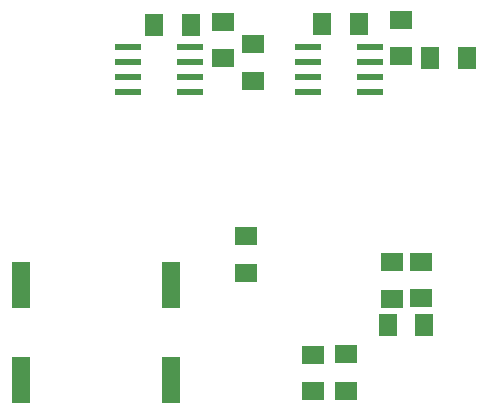
<source format=gtp>
G04 MADE WITH FRITZING*
G04 WWW.FRITZING.ORG*
G04 DOUBLE SIDED*
G04 HOLES PLATED*
G04 CONTOUR ON CENTER OF CONTOUR VECTOR*
%ASAXBY*%
%FSLAX23Y23*%
%MOIN*%
%OFA0B0*%
%SFA1.0B1.0*%
%ADD10R,0.087000X0.024000*%
%ADD11R,0.062992X0.157480*%
%ADD12R,0.074803X0.062992*%
%ADD13R,0.062992X0.074803*%
%ADD14R,0.001000X0.001000*%
%LNPASTEMASK1*%
G90*
G70*
G54D10*
X740Y1200D03*
X740Y1150D03*
X740Y1100D03*
X740Y1050D03*
X946Y1050D03*
X946Y1100D03*
X946Y1150D03*
X946Y1200D03*
X1340Y1200D03*
X1340Y1150D03*
X1340Y1100D03*
X1340Y1050D03*
X1546Y1050D03*
X1546Y1100D03*
X1546Y1150D03*
X1546Y1200D03*
G54D11*
X383Y407D03*
X383Y92D03*
G54D12*
X1134Y447D03*
X1134Y569D03*
G54D11*
X883Y407D03*
X883Y92D03*
G54D12*
X1357Y175D03*
X1357Y53D03*
X1465Y177D03*
X1465Y55D03*
X1621Y362D03*
X1621Y485D03*
X1717Y485D03*
X1717Y363D03*
G54D13*
X1746Y1164D03*
X1868Y1164D03*
G54D12*
X1651Y1170D03*
X1651Y1292D03*
X1156Y1209D03*
X1156Y1087D03*
X1056Y1163D03*
X1056Y1285D03*
G54D13*
X1727Y274D03*
X1605Y274D03*
X1509Y1276D03*
X1387Y1276D03*
X949Y1275D03*
X827Y1275D03*
G54D14*
D02*
G04 End of PasteMask1*
M02*
</source>
